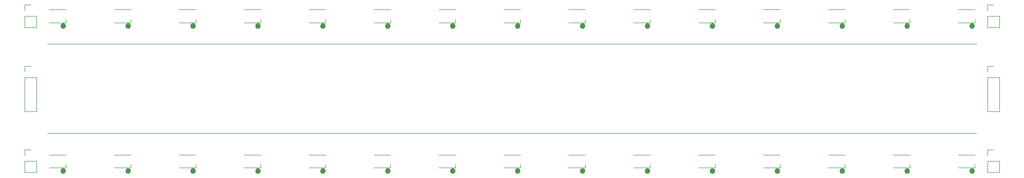
<source format=gbr>
G04 #@! TF.GenerationSoftware,KiCad,Pcbnew,(5.1.2)-2*
G04 #@! TF.CreationDate,2020-02-10T16:58:43+01:00*
G04 #@! TF.ProjectId,S174,53313734-2e6b-4696-9361-645f70636258,rev?*
G04 #@! TF.SameCoordinates,Original*
G04 #@! TF.FileFunction,Legend,Top*
G04 #@! TF.FilePolarity,Positive*
%FSLAX46Y46*%
G04 Gerber Fmt 4.6, Leading zero omitted, Abs format (unit mm)*
G04 Created by KiCad (PCBNEW (5.1.2)-2) date 2020-02-10 16:58:43*
%MOMM*%
%LPD*%
G04 APERTURE LIST*
%ADD10C,0.120000*%
%ADD11C,0.500000*%
G04 APERTURE END LIST*
D10*
X104000000Y-108000000D02*
X270000000Y-108000000D01*
X104000000Y-92000000D02*
X270000000Y-92000000D01*
D11*
X269466000Y-88778000D02*
G75*
G03X269466000Y-88778000I-250000J0D01*
G01*
D10*
X266750000Y-88150000D02*
X269650000Y-88150000D01*
X266750000Y-85850000D02*
X269650000Y-85850000D01*
X269650000Y-87550000D02*
X269650000Y-88150000D01*
D11*
X257866000Y-88778000D02*
G75*
G03X257866000Y-88778000I-250000J0D01*
G01*
D10*
X255150000Y-88150000D02*
X258050000Y-88150000D01*
X255150000Y-85850000D02*
X258050000Y-85850000D01*
X258050000Y-87550000D02*
X258050000Y-88150000D01*
D11*
X246266000Y-88778000D02*
G75*
G03X246266000Y-88778000I-250000J0D01*
G01*
D10*
X243550000Y-88150000D02*
X246450000Y-88150000D01*
X243550000Y-85850000D02*
X246450000Y-85850000D01*
X246450000Y-87550000D02*
X246450000Y-88150000D01*
D11*
X234666000Y-88778000D02*
G75*
G03X234666000Y-88778000I-250000J0D01*
G01*
D10*
X231950000Y-88150000D02*
X234850000Y-88150000D01*
X231950000Y-85850000D02*
X234850000Y-85850000D01*
X234850000Y-87550000D02*
X234850000Y-88150000D01*
D11*
X223066000Y-88778000D02*
G75*
G03X223066000Y-88778000I-250000J0D01*
G01*
D10*
X220350000Y-88150000D02*
X223250000Y-88150000D01*
X220350000Y-85850000D02*
X223250000Y-85850000D01*
X223250000Y-87550000D02*
X223250000Y-88150000D01*
D11*
X211466000Y-88778000D02*
G75*
G03X211466000Y-88778000I-250000J0D01*
G01*
D10*
X208750000Y-88150000D02*
X211650000Y-88150000D01*
X208750000Y-85850000D02*
X211650000Y-85850000D01*
X211650000Y-87550000D02*
X211650000Y-88150000D01*
D11*
X199866000Y-88778000D02*
G75*
G03X199866000Y-88778000I-250000J0D01*
G01*
D10*
X197150000Y-88150000D02*
X200050000Y-88150000D01*
X197150000Y-85850000D02*
X200050000Y-85850000D01*
X200050000Y-87550000D02*
X200050000Y-88150000D01*
D11*
X188266000Y-88778000D02*
G75*
G03X188266000Y-88778000I-250000J0D01*
G01*
D10*
X185550000Y-88150000D02*
X188450000Y-88150000D01*
X185550000Y-85850000D02*
X188450000Y-85850000D01*
X188450000Y-87550000D02*
X188450000Y-88150000D01*
D11*
X176666000Y-88778000D02*
G75*
G03X176666000Y-88778000I-250000J0D01*
G01*
D10*
X173950000Y-88150000D02*
X176850000Y-88150000D01*
X173950000Y-85850000D02*
X176850000Y-85850000D01*
X176850000Y-87550000D02*
X176850000Y-88150000D01*
D11*
X165066000Y-88778000D02*
G75*
G03X165066000Y-88778000I-250000J0D01*
G01*
D10*
X162350000Y-88150000D02*
X165250000Y-88150000D01*
X162350000Y-85850000D02*
X165250000Y-85850000D01*
X165250000Y-87550000D02*
X165250000Y-88150000D01*
D11*
X153466000Y-88778000D02*
G75*
G03X153466000Y-88778000I-250000J0D01*
G01*
D10*
X150750000Y-88150000D02*
X153650000Y-88150000D01*
X150750000Y-85850000D02*
X153650000Y-85850000D01*
X153650000Y-87550000D02*
X153650000Y-88150000D01*
D11*
X141866000Y-88778000D02*
G75*
G03X141866000Y-88778000I-250000J0D01*
G01*
D10*
X139150000Y-88150000D02*
X142050000Y-88150000D01*
X139150000Y-85850000D02*
X142050000Y-85850000D01*
X142050000Y-87550000D02*
X142050000Y-88150000D01*
D11*
X130266000Y-88778000D02*
G75*
G03X130266000Y-88778000I-250000J0D01*
G01*
D10*
X127550000Y-88150000D02*
X130450000Y-88150000D01*
X127550000Y-85850000D02*
X130450000Y-85850000D01*
X130450000Y-87550000D02*
X130450000Y-88150000D01*
D11*
X118666000Y-88778000D02*
G75*
G03X118666000Y-88778000I-250000J0D01*
G01*
D10*
X115950000Y-88150000D02*
X118850000Y-88150000D01*
X115950000Y-85850000D02*
X118850000Y-85850000D01*
X118850000Y-87550000D02*
X118850000Y-88150000D01*
D11*
X107066000Y-88778000D02*
G75*
G03X107066000Y-88778000I-250000J0D01*
G01*
D10*
X104350000Y-88150000D02*
X107250000Y-88150000D01*
X104350000Y-85850000D02*
X107250000Y-85850000D01*
X107250000Y-87550000D02*
X107250000Y-88150000D01*
D11*
X269466000Y-114778000D02*
G75*
G03X269466000Y-114778000I-250000J0D01*
G01*
D10*
X266750000Y-114150000D02*
X269650000Y-114150000D01*
X266750000Y-111850000D02*
X269650000Y-111850000D01*
X269650000Y-113550000D02*
X269650000Y-114150000D01*
D11*
X257866000Y-114778000D02*
G75*
G03X257866000Y-114778000I-250000J0D01*
G01*
D10*
X255150000Y-114150000D02*
X258050000Y-114150000D01*
X255150000Y-111850000D02*
X258050000Y-111850000D01*
X258050000Y-113550000D02*
X258050000Y-114150000D01*
D11*
X246266000Y-114778000D02*
G75*
G03X246266000Y-114778000I-250000J0D01*
G01*
D10*
X243550000Y-114150000D02*
X246450000Y-114150000D01*
X243550000Y-111850000D02*
X246450000Y-111850000D01*
X246450000Y-113550000D02*
X246450000Y-114150000D01*
D11*
X234666000Y-114778000D02*
G75*
G03X234666000Y-114778000I-250000J0D01*
G01*
D10*
X231950000Y-114150000D02*
X234850000Y-114150000D01*
X231950000Y-111850000D02*
X234850000Y-111850000D01*
X234850000Y-113550000D02*
X234850000Y-114150000D01*
D11*
X223066000Y-114778000D02*
G75*
G03X223066000Y-114778000I-250000J0D01*
G01*
D10*
X220350000Y-114150000D02*
X223250000Y-114150000D01*
X220350000Y-111850000D02*
X223250000Y-111850000D01*
X223250000Y-113550000D02*
X223250000Y-114150000D01*
D11*
X211466000Y-114778000D02*
G75*
G03X211466000Y-114778000I-250000J0D01*
G01*
D10*
X208750000Y-114150000D02*
X211650000Y-114150000D01*
X208750000Y-111850000D02*
X211650000Y-111850000D01*
X211650000Y-113550000D02*
X211650000Y-114150000D01*
D11*
X199866000Y-114778000D02*
G75*
G03X199866000Y-114778000I-250000J0D01*
G01*
D10*
X197150000Y-114150000D02*
X200050000Y-114150000D01*
X197150000Y-111850000D02*
X200050000Y-111850000D01*
X200050000Y-113550000D02*
X200050000Y-114150000D01*
D11*
X188266000Y-114778000D02*
G75*
G03X188266000Y-114778000I-250000J0D01*
G01*
D10*
X185550000Y-114150000D02*
X188450000Y-114150000D01*
X185550000Y-111850000D02*
X188450000Y-111850000D01*
X188450000Y-113550000D02*
X188450000Y-114150000D01*
D11*
X176666000Y-114778000D02*
G75*
G03X176666000Y-114778000I-250000J0D01*
G01*
D10*
X173950000Y-114150000D02*
X176850000Y-114150000D01*
X173950000Y-111850000D02*
X176850000Y-111850000D01*
X176850000Y-113550000D02*
X176850000Y-114150000D01*
D11*
X165066000Y-114778000D02*
G75*
G03X165066000Y-114778000I-250000J0D01*
G01*
D10*
X162350000Y-114150000D02*
X165250000Y-114150000D01*
X162350000Y-111850000D02*
X165250000Y-111850000D01*
X165250000Y-113550000D02*
X165250000Y-114150000D01*
D11*
X153466000Y-114778000D02*
G75*
G03X153466000Y-114778000I-250000J0D01*
G01*
D10*
X150750000Y-114150000D02*
X153650000Y-114150000D01*
X150750000Y-111850000D02*
X153650000Y-111850000D01*
X153650000Y-113550000D02*
X153650000Y-114150000D01*
D11*
X141866000Y-114778000D02*
G75*
G03X141866000Y-114778000I-250000J0D01*
G01*
D10*
X139150000Y-114150000D02*
X142050000Y-114150000D01*
X139150000Y-111850000D02*
X142050000Y-111850000D01*
X142050000Y-113550000D02*
X142050000Y-114150000D01*
D11*
X130266000Y-114778000D02*
G75*
G03X130266000Y-114778000I-250000J0D01*
G01*
D10*
X127550000Y-114150000D02*
X130450000Y-114150000D01*
X127550000Y-111850000D02*
X130450000Y-111850000D01*
X130450000Y-113550000D02*
X130450000Y-114150000D01*
D11*
X118666000Y-114778000D02*
G75*
G03X118666000Y-114778000I-250000J0D01*
G01*
D10*
X115950000Y-114150000D02*
X118850000Y-114150000D01*
X115950000Y-111850000D02*
X118850000Y-111850000D01*
X118850000Y-113550000D02*
X118850000Y-114150000D01*
D11*
X107066000Y-114778000D02*
G75*
G03X107066000Y-114778000I-250000J0D01*
G01*
D10*
X104350000Y-114150000D02*
X107250000Y-114150000D01*
X104350000Y-111850000D02*
X107250000Y-111850000D01*
X107250000Y-113550000D02*
X107250000Y-114150000D01*
X271940000Y-110940000D02*
X273000000Y-110940000D01*
X271940000Y-112000000D02*
X271940000Y-110940000D01*
X271940000Y-113000000D02*
X274060000Y-113000000D01*
X274060000Y-113000000D02*
X274060000Y-115060000D01*
X271940000Y-113000000D02*
X271940000Y-115060000D01*
X271940000Y-115060000D02*
X274060000Y-115060000D01*
X271940000Y-95940000D02*
X273000000Y-95940000D01*
X271940000Y-97000000D02*
X271940000Y-95940000D01*
X271940000Y-98000000D02*
X274060000Y-98000000D01*
X274060000Y-98000000D02*
X274060000Y-104060000D01*
X271940000Y-98000000D02*
X271940000Y-104060000D01*
X271940000Y-104060000D02*
X274060000Y-104060000D01*
X271940000Y-84940000D02*
X273000000Y-84940000D01*
X271940000Y-86000000D02*
X271940000Y-84940000D01*
X271940000Y-87000000D02*
X274060000Y-87000000D01*
X274060000Y-87000000D02*
X274060000Y-89060000D01*
X271940000Y-87000000D02*
X271940000Y-89060000D01*
X271940000Y-89060000D02*
X274060000Y-89060000D01*
X99940000Y-110940000D02*
X101000000Y-110940000D01*
X99940000Y-112000000D02*
X99940000Y-110940000D01*
X99940000Y-113000000D02*
X102060000Y-113000000D01*
X102060000Y-113000000D02*
X102060000Y-115060000D01*
X99940000Y-113000000D02*
X99940000Y-115060000D01*
X99940000Y-115060000D02*
X102060000Y-115060000D01*
X99940000Y-95940000D02*
X101000000Y-95940000D01*
X99940000Y-97000000D02*
X99940000Y-95940000D01*
X99940000Y-98000000D02*
X102060000Y-98000000D01*
X102060000Y-98000000D02*
X102060000Y-104060000D01*
X99940000Y-98000000D02*
X99940000Y-104060000D01*
X99940000Y-104060000D02*
X102060000Y-104060000D01*
X99940000Y-84940000D02*
X101000000Y-84940000D01*
X99940000Y-86000000D02*
X99940000Y-84940000D01*
X99940000Y-87000000D02*
X102060000Y-87000000D01*
X102060000Y-87000000D02*
X102060000Y-89060000D01*
X99940000Y-87000000D02*
X99940000Y-89060000D01*
X99940000Y-89060000D02*
X102060000Y-89060000D01*
M02*

</source>
